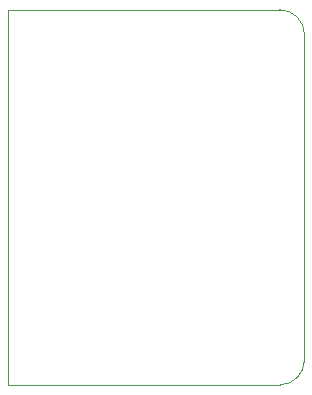
<source format=gbr>
%TF.GenerationSoftware,KiCad,Pcbnew,7.0.5*%
%TF.CreationDate,2024-03-20T17:02:28+08:00*%
%TF.ProjectId,mcu,6d63752e-6b69-4636-9164-5f7063625858,rev?*%
%TF.SameCoordinates,Original*%
%TF.FileFunction,Profile,NP*%
%FSLAX46Y46*%
G04 Gerber Fmt 4.6, Leading zero omitted, Abs format (unit mm)*
G04 Created by KiCad (PCBNEW 7.0.5) date 2024-03-20 17:02:28*
%MOMM*%
%LPD*%
G01*
G04 APERTURE LIST*
%TA.AperFunction,Profile*%
%ADD10C,0.100000*%
%TD*%
%TA.AperFunction,Profile*%
%ADD11C,0.120000*%
%TD*%
G04 APERTURE END LIST*
D10*
%TO.C,U2*%
X126085000Y-42070800D02*
X126085000Y-73827200D01*
D11*
X149075000Y-42070800D02*
X126085000Y-42070800D01*
X149075000Y-73826800D02*
X126085000Y-73827200D01*
D10*
X151175000Y-44170800D02*
X151175000Y-71726800D01*
X151175000Y-44170800D02*
G75*
G03*
X149075000Y-42070800I-2100000J0D01*
G01*
X149075000Y-73826800D02*
G75*
G03*
X151175000Y-71726800I0J2100000D01*
G01*
%TD*%
M02*

</source>
